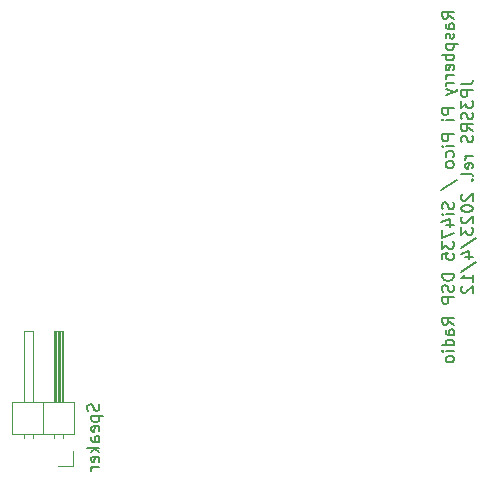
<source format=gbr>
%TF.GenerationSoftware,KiCad,Pcbnew,7.0.1*%
%TF.CreationDate,2023-04-12T14:42:12+09:00*%
%TF.ProjectId,KiCad-Si4735,4b694361-642d-4536-9934-3733352e6b69,rev?*%
%TF.SameCoordinates,PX6bc3e40PY88601c0*%
%TF.FileFunction,Legend,Bot*%
%TF.FilePolarity,Positive*%
%FSLAX46Y46*%
G04 Gerber Fmt 4.6, Leading zero omitted, Abs format (unit mm)*
G04 Created by KiCad (PCBNEW 7.0.1) date 2023-04-12 14:42:12*
%MOMM*%
%LPD*%
G01*
G04 APERTURE LIST*
%ADD10C,0.150000*%
%ADD11C,0.120000*%
G04 APERTURE END LIST*
D10*
X45482619Y39413097D02*
X45006428Y39746430D01*
X45482619Y39984525D02*
X44482619Y39984525D01*
X44482619Y39984525D02*
X44482619Y39603573D01*
X44482619Y39603573D02*
X44530238Y39508335D01*
X44530238Y39508335D02*
X44577857Y39460716D01*
X44577857Y39460716D02*
X44673095Y39413097D01*
X44673095Y39413097D02*
X44815952Y39413097D01*
X44815952Y39413097D02*
X44911190Y39460716D01*
X44911190Y39460716D02*
X44958809Y39508335D01*
X44958809Y39508335D02*
X45006428Y39603573D01*
X45006428Y39603573D02*
X45006428Y39984525D01*
X45482619Y38555954D02*
X44958809Y38555954D01*
X44958809Y38555954D02*
X44863571Y38603573D01*
X44863571Y38603573D02*
X44815952Y38698811D01*
X44815952Y38698811D02*
X44815952Y38889287D01*
X44815952Y38889287D02*
X44863571Y38984525D01*
X45435000Y38555954D02*
X45482619Y38651192D01*
X45482619Y38651192D02*
X45482619Y38889287D01*
X45482619Y38889287D02*
X45435000Y38984525D01*
X45435000Y38984525D02*
X45339761Y39032144D01*
X45339761Y39032144D02*
X45244523Y39032144D01*
X45244523Y39032144D02*
X45149285Y38984525D01*
X45149285Y38984525D02*
X45101666Y38889287D01*
X45101666Y38889287D02*
X45101666Y38651192D01*
X45101666Y38651192D02*
X45054047Y38555954D01*
X45435000Y38127382D02*
X45482619Y38032144D01*
X45482619Y38032144D02*
X45482619Y37841668D01*
X45482619Y37841668D02*
X45435000Y37746430D01*
X45435000Y37746430D02*
X45339761Y37698811D01*
X45339761Y37698811D02*
X45292142Y37698811D01*
X45292142Y37698811D02*
X45196904Y37746430D01*
X45196904Y37746430D02*
X45149285Y37841668D01*
X45149285Y37841668D02*
X45149285Y37984525D01*
X45149285Y37984525D02*
X45101666Y38079763D01*
X45101666Y38079763D02*
X45006428Y38127382D01*
X45006428Y38127382D02*
X44958809Y38127382D01*
X44958809Y38127382D02*
X44863571Y38079763D01*
X44863571Y38079763D02*
X44815952Y37984525D01*
X44815952Y37984525D02*
X44815952Y37841668D01*
X44815952Y37841668D02*
X44863571Y37746430D01*
X44815952Y37270239D02*
X45815952Y37270239D01*
X44863571Y37270239D02*
X44815952Y37175001D01*
X44815952Y37175001D02*
X44815952Y36984525D01*
X44815952Y36984525D02*
X44863571Y36889287D01*
X44863571Y36889287D02*
X44911190Y36841668D01*
X44911190Y36841668D02*
X45006428Y36794049D01*
X45006428Y36794049D02*
X45292142Y36794049D01*
X45292142Y36794049D02*
X45387380Y36841668D01*
X45387380Y36841668D02*
X45435000Y36889287D01*
X45435000Y36889287D02*
X45482619Y36984525D01*
X45482619Y36984525D02*
X45482619Y37175001D01*
X45482619Y37175001D02*
X45435000Y37270239D01*
X45482619Y36365477D02*
X44482619Y36365477D01*
X44863571Y36365477D02*
X44815952Y36270239D01*
X44815952Y36270239D02*
X44815952Y36079763D01*
X44815952Y36079763D02*
X44863571Y35984525D01*
X44863571Y35984525D02*
X44911190Y35936906D01*
X44911190Y35936906D02*
X45006428Y35889287D01*
X45006428Y35889287D02*
X45292142Y35889287D01*
X45292142Y35889287D02*
X45387380Y35936906D01*
X45387380Y35936906D02*
X45435000Y35984525D01*
X45435000Y35984525D02*
X45482619Y36079763D01*
X45482619Y36079763D02*
X45482619Y36270239D01*
X45482619Y36270239D02*
X45435000Y36365477D01*
X45435000Y35079763D02*
X45482619Y35175001D01*
X45482619Y35175001D02*
X45482619Y35365477D01*
X45482619Y35365477D02*
X45435000Y35460715D01*
X45435000Y35460715D02*
X45339761Y35508334D01*
X45339761Y35508334D02*
X44958809Y35508334D01*
X44958809Y35508334D02*
X44863571Y35460715D01*
X44863571Y35460715D02*
X44815952Y35365477D01*
X44815952Y35365477D02*
X44815952Y35175001D01*
X44815952Y35175001D02*
X44863571Y35079763D01*
X44863571Y35079763D02*
X44958809Y35032144D01*
X44958809Y35032144D02*
X45054047Y35032144D01*
X45054047Y35032144D02*
X45149285Y35508334D01*
X45482619Y34603572D02*
X44815952Y34603572D01*
X45006428Y34603572D02*
X44911190Y34555953D01*
X44911190Y34555953D02*
X44863571Y34508334D01*
X44863571Y34508334D02*
X44815952Y34413096D01*
X44815952Y34413096D02*
X44815952Y34317858D01*
X45482619Y33984524D02*
X44815952Y33984524D01*
X45006428Y33984524D02*
X44911190Y33936905D01*
X44911190Y33936905D02*
X44863571Y33889286D01*
X44863571Y33889286D02*
X44815952Y33794048D01*
X44815952Y33794048D02*
X44815952Y33698810D01*
X44815952Y33460714D02*
X45482619Y33222619D01*
X44815952Y32984524D02*
X45482619Y33222619D01*
X45482619Y33222619D02*
X45720714Y33317857D01*
X45720714Y33317857D02*
X45768333Y33365476D01*
X45768333Y33365476D02*
X45815952Y33460714D01*
X45482619Y31841666D02*
X44482619Y31841666D01*
X44482619Y31841666D02*
X44482619Y31460714D01*
X44482619Y31460714D02*
X44530238Y31365476D01*
X44530238Y31365476D02*
X44577857Y31317857D01*
X44577857Y31317857D02*
X44673095Y31270238D01*
X44673095Y31270238D02*
X44815952Y31270238D01*
X44815952Y31270238D02*
X44911190Y31317857D01*
X44911190Y31317857D02*
X44958809Y31365476D01*
X44958809Y31365476D02*
X45006428Y31460714D01*
X45006428Y31460714D02*
X45006428Y31841666D01*
X45482619Y30841666D02*
X44815952Y30841666D01*
X44482619Y30841666D02*
X44530238Y30889285D01*
X44530238Y30889285D02*
X44577857Y30841666D01*
X44577857Y30841666D02*
X44530238Y30794047D01*
X44530238Y30794047D02*
X44482619Y30841666D01*
X44482619Y30841666D02*
X44577857Y30841666D01*
X45482619Y29603571D02*
X44482619Y29603571D01*
X44482619Y29603571D02*
X44482619Y29222619D01*
X44482619Y29222619D02*
X44530238Y29127381D01*
X44530238Y29127381D02*
X44577857Y29079762D01*
X44577857Y29079762D02*
X44673095Y29032143D01*
X44673095Y29032143D02*
X44815952Y29032143D01*
X44815952Y29032143D02*
X44911190Y29079762D01*
X44911190Y29079762D02*
X44958809Y29127381D01*
X44958809Y29127381D02*
X45006428Y29222619D01*
X45006428Y29222619D02*
X45006428Y29603571D01*
X45482619Y28603571D02*
X44815952Y28603571D01*
X44482619Y28603571D02*
X44530238Y28651190D01*
X44530238Y28651190D02*
X44577857Y28603571D01*
X44577857Y28603571D02*
X44530238Y28555952D01*
X44530238Y28555952D02*
X44482619Y28603571D01*
X44482619Y28603571D02*
X44577857Y28603571D01*
X45435000Y27698810D02*
X45482619Y27794048D01*
X45482619Y27794048D02*
X45482619Y27984524D01*
X45482619Y27984524D02*
X45435000Y28079762D01*
X45435000Y28079762D02*
X45387380Y28127381D01*
X45387380Y28127381D02*
X45292142Y28175000D01*
X45292142Y28175000D02*
X45006428Y28175000D01*
X45006428Y28175000D02*
X44911190Y28127381D01*
X44911190Y28127381D02*
X44863571Y28079762D01*
X44863571Y28079762D02*
X44815952Y27984524D01*
X44815952Y27984524D02*
X44815952Y27794048D01*
X44815952Y27794048D02*
X44863571Y27698810D01*
X45482619Y27127381D02*
X45435000Y27222619D01*
X45435000Y27222619D02*
X45387380Y27270238D01*
X45387380Y27270238D02*
X45292142Y27317857D01*
X45292142Y27317857D02*
X45006428Y27317857D01*
X45006428Y27317857D02*
X44911190Y27270238D01*
X44911190Y27270238D02*
X44863571Y27222619D01*
X44863571Y27222619D02*
X44815952Y27127381D01*
X44815952Y27127381D02*
X44815952Y26984524D01*
X44815952Y26984524D02*
X44863571Y26889286D01*
X44863571Y26889286D02*
X44911190Y26841667D01*
X44911190Y26841667D02*
X45006428Y26794048D01*
X45006428Y26794048D02*
X45292142Y26794048D01*
X45292142Y26794048D02*
X45387380Y26841667D01*
X45387380Y26841667D02*
X45435000Y26889286D01*
X45435000Y26889286D02*
X45482619Y26984524D01*
X45482619Y26984524D02*
X45482619Y27127381D01*
X44435000Y24889286D02*
X45720714Y25746428D01*
X45435000Y23841666D02*
X45482619Y23698809D01*
X45482619Y23698809D02*
X45482619Y23460714D01*
X45482619Y23460714D02*
X45435000Y23365476D01*
X45435000Y23365476D02*
X45387380Y23317857D01*
X45387380Y23317857D02*
X45292142Y23270238D01*
X45292142Y23270238D02*
X45196904Y23270238D01*
X45196904Y23270238D02*
X45101666Y23317857D01*
X45101666Y23317857D02*
X45054047Y23365476D01*
X45054047Y23365476D02*
X45006428Y23460714D01*
X45006428Y23460714D02*
X44958809Y23651190D01*
X44958809Y23651190D02*
X44911190Y23746428D01*
X44911190Y23746428D02*
X44863571Y23794047D01*
X44863571Y23794047D02*
X44768333Y23841666D01*
X44768333Y23841666D02*
X44673095Y23841666D01*
X44673095Y23841666D02*
X44577857Y23794047D01*
X44577857Y23794047D02*
X44530238Y23746428D01*
X44530238Y23746428D02*
X44482619Y23651190D01*
X44482619Y23651190D02*
X44482619Y23413095D01*
X44482619Y23413095D02*
X44530238Y23270238D01*
X45482619Y22841666D02*
X44815952Y22841666D01*
X44482619Y22841666D02*
X44530238Y22889285D01*
X44530238Y22889285D02*
X44577857Y22841666D01*
X44577857Y22841666D02*
X44530238Y22794047D01*
X44530238Y22794047D02*
X44482619Y22841666D01*
X44482619Y22841666D02*
X44577857Y22841666D01*
X44815952Y21936905D02*
X45482619Y21936905D01*
X44435000Y22175000D02*
X45149285Y22413095D01*
X45149285Y22413095D02*
X45149285Y21794048D01*
X44482619Y21508333D02*
X44482619Y20841667D01*
X44482619Y20841667D02*
X45482619Y21270238D01*
X44482619Y20555952D02*
X44482619Y19936905D01*
X44482619Y19936905D02*
X44863571Y20270238D01*
X44863571Y20270238D02*
X44863571Y20127381D01*
X44863571Y20127381D02*
X44911190Y20032143D01*
X44911190Y20032143D02*
X44958809Y19984524D01*
X44958809Y19984524D02*
X45054047Y19936905D01*
X45054047Y19936905D02*
X45292142Y19936905D01*
X45292142Y19936905D02*
X45387380Y19984524D01*
X45387380Y19984524D02*
X45435000Y20032143D01*
X45435000Y20032143D02*
X45482619Y20127381D01*
X45482619Y20127381D02*
X45482619Y20413095D01*
X45482619Y20413095D02*
X45435000Y20508333D01*
X45435000Y20508333D02*
X45387380Y20555952D01*
X44482619Y19032143D02*
X44482619Y19508333D01*
X44482619Y19508333D02*
X44958809Y19555952D01*
X44958809Y19555952D02*
X44911190Y19508333D01*
X44911190Y19508333D02*
X44863571Y19413095D01*
X44863571Y19413095D02*
X44863571Y19175000D01*
X44863571Y19175000D02*
X44911190Y19079762D01*
X44911190Y19079762D02*
X44958809Y19032143D01*
X44958809Y19032143D02*
X45054047Y18984524D01*
X45054047Y18984524D02*
X45292142Y18984524D01*
X45292142Y18984524D02*
X45387380Y19032143D01*
X45387380Y19032143D02*
X45435000Y19079762D01*
X45435000Y19079762D02*
X45482619Y19175000D01*
X45482619Y19175000D02*
X45482619Y19413095D01*
X45482619Y19413095D02*
X45435000Y19508333D01*
X45435000Y19508333D02*
X45387380Y19555952D01*
X45482619Y17794047D02*
X44482619Y17794047D01*
X44482619Y17794047D02*
X44482619Y17555952D01*
X44482619Y17555952D02*
X44530238Y17413095D01*
X44530238Y17413095D02*
X44625476Y17317857D01*
X44625476Y17317857D02*
X44720714Y17270238D01*
X44720714Y17270238D02*
X44911190Y17222619D01*
X44911190Y17222619D02*
X45054047Y17222619D01*
X45054047Y17222619D02*
X45244523Y17270238D01*
X45244523Y17270238D02*
X45339761Y17317857D01*
X45339761Y17317857D02*
X45435000Y17413095D01*
X45435000Y17413095D02*
X45482619Y17555952D01*
X45482619Y17555952D02*
X45482619Y17794047D01*
X45435000Y16841666D02*
X45482619Y16698809D01*
X45482619Y16698809D02*
X45482619Y16460714D01*
X45482619Y16460714D02*
X45435000Y16365476D01*
X45435000Y16365476D02*
X45387380Y16317857D01*
X45387380Y16317857D02*
X45292142Y16270238D01*
X45292142Y16270238D02*
X45196904Y16270238D01*
X45196904Y16270238D02*
X45101666Y16317857D01*
X45101666Y16317857D02*
X45054047Y16365476D01*
X45054047Y16365476D02*
X45006428Y16460714D01*
X45006428Y16460714D02*
X44958809Y16651190D01*
X44958809Y16651190D02*
X44911190Y16746428D01*
X44911190Y16746428D02*
X44863571Y16794047D01*
X44863571Y16794047D02*
X44768333Y16841666D01*
X44768333Y16841666D02*
X44673095Y16841666D01*
X44673095Y16841666D02*
X44577857Y16794047D01*
X44577857Y16794047D02*
X44530238Y16746428D01*
X44530238Y16746428D02*
X44482619Y16651190D01*
X44482619Y16651190D02*
X44482619Y16413095D01*
X44482619Y16413095D02*
X44530238Y16270238D01*
X45482619Y15841666D02*
X44482619Y15841666D01*
X44482619Y15841666D02*
X44482619Y15460714D01*
X44482619Y15460714D02*
X44530238Y15365476D01*
X44530238Y15365476D02*
X44577857Y15317857D01*
X44577857Y15317857D02*
X44673095Y15270238D01*
X44673095Y15270238D02*
X44815952Y15270238D01*
X44815952Y15270238D02*
X44911190Y15317857D01*
X44911190Y15317857D02*
X44958809Y15365476D01*
X44958809Y15365476D02*
X45006428Y15460714D01*
X45006428Y15460714D02*
X45006428Y15841666D01*
X45482619Y13508333D02*
X45006428Y13841666D01*
X45482619Y14079761D02*
X44482619Y14079761D01*
X44482619Y14079761D02*
X44482619Y13698809D01*
X44482619Y13698809D02*
X44530238Y13603571D01*
X44530238Y13603571D02*
X44577857Y13555952D01*
X44577857Y13555952D02*
X44673095Y13508333D01*
X44673095Y13508333D02*
X44815952Y13508333D01*
X44815952Y13508333D02*
X44911190Y13555952D01*
X44911190Y13555952D02*
X44958809Y13603571D01*
X44958809Y13603571D02*
X45006428Y13698809D01*
X45006428Y13698809D02*
X45006428Y14079761D01*
X45482619Y12651190D02*
X44958809Y12651190D01*
X44958809Y12651190D02*
X44863571Y12698809D01*
X44863571Y12698809D02*
X44815952Y12794047D01*
X44815952Y12794047D02*
X44815952Y12984523D01*
X44815952Y12984523D02*
X44863571Y13079761D01*
X45435000Y12651190D02*
X45482619Y12746428D01*
X45482619Y12746428D02*
X45482619Y12984523D01*
X45482619Y12984523D02*
X45435000Y13079761D01*
X45435000Y13079761D02*
X45339761Y13127380D01*
X45339761Y13127380D02*
X45244523Y13127380D01*
X45244523Y13127380D02*
X45149285Y13079761D01*
X45149285Y13079761D02*
X45101666Y12984523D01*
X45101666Y12984523D02*
X45101666Y12746428D01*
X45101666Y12746428D02*
X45054047Y12651190D01*
X45482619Y11746428D02*
X44482619Y11746428D01*
X45435000Y11746428D02*
X45482619Y11841666D01*
X45482619Y11841666D02*
X45482619Y12032142D01*
X45482619Y12032142D02*
X45435000Y12127380D01*
X45435000Y12127380D02*
X45387380Y12174999D01*
X45387380Y12174999D02*
X45292142Y12222618D01*
X45292142Y12222618D02*
X45006428Y12222618D01*
X45006428Y12222618D02*
X44911190Y12174999D01*
X44911190Y12174999D02*
X44863571Y12127380D01*
X44863571Y12127380D02*
X44815952Y12032142D01*
X44815952Y12032142D02*
X44815952Y11841666D01*
X44815952Y11841666D02*
X44863571Y11746428D01*
X45482619Y11270237D02*
X44815952Y11270237D01*
X44482619Y11270237D02*
X44530238Y11317856D01*
X44530238Y11317856D02*
X44577857Y11270237D01*
X44577857Y11270237D02*
X44530238Y11222618D01*
X44530238Y11222618D02*
X44482619Y11270237D01*
X44482619Y11270237D02*
X44577857Y11270237D01*
X45482619Y10651190D02*
X45435000Y10746428D01*
X45435000Y10746428D02*
X45387380Y10794047D01*
X45387380Y10794047D02*
X45292142Y10841666D01*
X45292142Y10841666D02*
X45006428Y10841666D01*
X45006428Y10841666D02*
X44911190Y10794047D01*
X44911190Y10794047D02*
X44863571Y10746428D01*
X44863571Y10746428D02*
X44815952Y10651190D01*
X44815952Y10651190D02*
X44815952Y10508333D01*
X44815952Y10508333D02*
X44863571Y10413095D01*
X44863571Y10413095D02*
X44911190Y10365476D01*
X44911190Y10365476D02*
X45006428Y10317857D01*
X45006428Y10317857D02*
X45292142Y10317857D01*
X45292142Y10317857D02*
X45387380Y10365476D01*
X45387380Y10365476D02*
X45435000Y10413095D01*
X45435000Y10413095D02*
X45482619Y10508333D01*
X45482619Y10508333D02*
X45482619Y10651190D01*
X46102619Y33841668D02*
X46816904Y33841668D01*
X46816904Y33841668D02*
X46959761Y33889287D01*
X46959761Y33889287D02*
X47055000Y33984525D01*
X47055000Y33984525D02*
X47102619Y34127382D01*
X47102619Y34127382D02*
X47102619Y34222620D01*
X47102619Y33365477D02*
X46102619Y33365477D01*
X46102619Y33365477D02*
X46102619Y32984525D01*
X46102619Y32984525D02*
X46150238Y32889287D01*
X46150238Y32889287D02*
X46197857Y32841668D01*
X46197857Y32841668D02*
X46293095Y32794049D01*
X46293095Y32794049D02*
X46435952Y32794049D01*
X46435952Y32794049D02*
X46531190Y32841668D01*
X46531190Y32841668D02*
X46578809Y32889287D01*
X46578809Y32889287D02*
X46626428Y32984525D01*
X46626428Y32984525D02*
X46626428Y33365477D01*
X46102619Y32460715D02*
X46102619Y31841668D01*
X46102619Y31841668D02*
X46483571Y32175001D01*
X46483571Y32175001D02*
X46483571Y32032144D01*
X46483571Y32032144D02*
X46531190Y31936906D01*
X46531190Y31936906D02*
X46578809Y31889287D01*
X46578809Y31889287D02*
X46674047Y31841668D01*
X46674047Y31841668D02*
X46912142Y31841668D01*
X46912142Y31841668D02*
X47007380Y31889287D01*
X47007380Y31889287D02*
X47055000Y31936906D01*
X47055000Y31936906D02*
X47102619Y32032144D01*
X47102619Y32032144D02*
X47102619Y32317858D01*
X47102619Y32317858D02*
X47055000Y32413096D01*
X47055000Y32413096D02*
X47007380Y32460715D01*
X47055000Y31460715D02*
X47102619Y31317858D01*
X47102619Y31317858D02*
X47102619Y31079763D01*
X47102619Y31079763D02*
X47055000Y30984525D01*
X47055000Y30984525D02*
X47007380Y30936906D01*
X47007380Y30936906D02*
X46912142Y30889287D01*
X46912142Y30889287D02*
X46816904Y30889287D01*
X46816904Y30889287D02*
X46721666Y30936906D01*
X46721666Y30936906D02*
X46674047Y30984525D01*
X46674047Y30984525D02*
X46626428Y31079763D01*
X46626428Y31079763D02*
X46578809Y31270239D01*
X46578809Y31270239D02*
X46531190Y31365477D01*
X46531190Y31365477D02*
X46483571Y31413096D01*
X46483571Y31413096D02*
X46388333Y31460715D01*
X46388333Y31460715D02*
X46293095Y31460715D01*
X46293095Y31460715D02*
X46197857Y31413096D01*
X46197857Y31413096D02*
X46150238Y31365477D01*
X46150238Y31365477D02*
X46102619Y31270239D01*
X46102619Y31270239D02*
X46102619Y31032144D01*
X46102619Y31032144D02*
X46150238Y30889287D01*
X47102619Y29889287D02*
X46626428Y30222620D01*
X47102619Y30460715D02*
X46102619Y30460715D01*
X46102619Y30460715D02*
X46102619Y30079763D01*
X46102619Y30079763D02*
X46150238Y29984525D01*
X46150238Y29984525D02*
X46197857Y29936906D01*
X46197857Y29936906D02*
X46293095Y29889287D01*
X46293095Y29889287D02*
X46435952Y29889287D01*
X46435952Y29889287D02*
X46531190Y29936906D01*
X46531190Y29936906D02*
X46578809Y29984525D01*
X46578809Y29984525D02*
X46626428Y30079763D01*
X46626428Y30079763D02*
X46626428Y30460715D01*
X47055000Y29508334D02*
X47102619Y29365477D01*
X47102619Y29365477D02*
X47102619Y29127382D01*
X47102619Y29127382D02*
X47055000Y29032144D01*
X47055000Y29032144D02*
X47007380Y28984525D01*
X47007380Y28984525D02*
X46912142Y28936906D01*
X46912142Y28936906D02*
X46816904Y28936906D01*
X46816904Y28936906D02*
X46721666Y28984525D01*
X46721666Y28984525D02*
X46674047Y29032144D01*
X46674047Y29032144D02*
X46626428Y29127382D01*
X46626428Y29127382D02*
X46578809Y29317858D01*
X46578809Y29317858D02*
X46531190Y29413096D01*
X46531190Y29413096D02*
X46483571Y29460715D01*
X46483571Y29460715D02*
X46388333Y29508334D01*
X46388333Y29508334D02*
X46293095Y29508334D01*
X46293095Y29508334D02*
X46197857Y29460715D01*
X46197857Y29460715D02*
X46150238Y29413096D01*
X46150238Y29413096D02*
X46102619Y29317858D01*
X46102619Y29317858D02*
X46102619Y29079763D01*
X46102619Y29079763D02*
X46150238Y28936906D01*
X47102619Y27746429D02*
X46435952Y27746429D01*
X46626428Y27746429D02*
X46531190Y27698810D01*
X46531190Y27698810D02*
X46483571Y27651191D01*
X46483571Y27651191D02*
X46435952Y27555953D01*
X46435952Y27555953D02*
X46435952Y27460715D01*
X47055000Y26746429D02*
X47102619Y26841667D01*
X47102619Y26841667D02*
X47102619Y27032143D01*
X47102619Y27032143D02*
X47055000Y27127381D01*
X47055000Y27127381D02*
X46959761Y27175000D01*
X46959761Y27175000D02*
X46578809Y27175000D01*
X46578809Y27175000D02*
X46483571Y27127381D01*
X46483571Y27127381D02*
X46435952Y27032143D01*
X46435952Y27032143D02*
X46435952Y26841667D01*
X46435952Y26841667D02*
X46483571Y26746429D01*
X46483571Y26746429D02*
X46578809Y26698810D01*
X46578809Y26698810D02*
X46674047Y26698810D01*
X46674047Y26698810D02*
X46769285Y27175000D01*
X47102619Y26127381D02*
X47055000Y26222619D01*
X47055000Y26222619D02*
X46959761Y26270238D01*
X46959761Y26270238D02*
X46102619Y26270238D01*
X47007380Y25746428D02*
X47055000Y25698809D01*
X47055000Y25698809D02*
X47102619Y25746428D01*
X47102619Y25746428D02*
X47055000Y25794047D01*
X47055000Y25794047D02*
X47007380Y25746428D01*
X47007380Y25746428D02*
X47102619Y25746428D01*
X46197857Y24555952D02*
X46150238Y24508333D01*
X46150238Y24508333D02*
X46102619Y24413095D01*
X46102619Y24413095D02*
X46102619Y24175000D01*
X46102619Y24175000D02*
X46150238Y24079762D01*
X46150238Y24079762D02*
X46197857Y24032143D01*
X46197857Y24032143D02*
X46293095Y23984524D01*
X46293095Y23984524D02*
X46388333Y23984524D01*
X46388333Y23984524D02*
X46531190Y24032143D01*
X46531190Y24032143D02*
X47102619Y24603571D01*
X47102619Y24603571D02*
X47102619Y23984524D01*
X46102619Y23365476D02*
X46102619Y23270238D01*
X46102619Y23270238D02*
X46150238Y23175000D01*
X46150238Y23175000D02*
X46197857Y23127381D01*
X46197857Y23127381D02*
X46293095Y23079762D01*
X46293095Y23079762D02*
X46483571Y23032143D01*
X46483571Y23032143D02*
X46721666Y23032143D01*
X46721666Y23032143D02*
X46912142Y23079762D01*
X46912142Y23079762D02*
X47007380Y23127381D01*
X47007380Y23127381D02*
X47055000Y23175000D01*
X47055000Y23175000D02*
X47102619Y23270238D01*
X47102619Y23270238D02*
X47102619Y23365476D01*
X47102619Y23365476D02*
X47055000Y23460714D01*
X47055000Y23460714D02*
X47007380Y23508333D01*
X47007380Y23508333D02*
X46912142Y23555952D01*
X46912142Y23555952D02*
X46721666Y23603571D01*
X46721666Y23603571D02*
X46483571Y23603571D01*
X46483571Y23603571D02*
X46293095Y23555952D01*
X46293095Y23555952D02*
X46197857Y23508333D01*
X46197857Y23508333D02*
X46150238Y23460714D01*
X46150238Y23460714D02*
X46102619Y23365476D01*
X46197857Y22651190D02*
X46150238Y22603571D01*
X46150238Y22603571D02*
X46102619Y22508333D01*
X46102619Y22508333D02*
X46102619Y22270238D01*
X46102619Y22270238D02*
X46150238Y22175000D01*
X46150238Y22175000D02*
X46197857Y22127381D01*
X46197857Y22127381D02*
X46293095Y22079762D01*
X46293095Y22079762D02*
X46388333Y22079762D01*
X46388333Y22079762D02*
X46531190Y22127381D01*
X46531190Y22127381D02*
X47102619Y22698809D01*
X47102619Y22698809D02*
X47102619Y22079762D01*
X46102619Y21746428D02*
X46102619Y21127381D01*
X46102619Y21127381D02*
X46483571Y21460714D01*
X46483571Y21460714D02*
X46483571Y21317857D01*
X46483571Y21317857D02*
X46531190Y21222619D01*
X46531190Y21222619D02*
X46578809Y21175000D01*
X46578809Y21175000D02*
X46674047Y21127381D01*
X46674047Y21127381D02*
X46912142Y21127381D01*
X46912142Y21127381D02*
X47007380Y21175000D01*
X47007380Y21175000D02*
X47055000Y21222619D01*
X47055000Y21222619D02*
X47102619Y21317857D01*
X47102619Y21317857D02*
X47102619Y21603571D01*
X47102619Y21603571D02*
X47055000Y21698809D01*
X47055000Y21698809D02*
X47007380Y21746428D01*
X46055000Y19984524D02*
X47340714Y20841666D01*
X46435952Y19222619D02*
X47102619Y19222619D01*
X46055000Y19460714D02*
X46769285Y19698809D01*
X46769285Y19698809D02*
X46769285Y19079762D01*
X46055000Y17984524D02*
X47340714Y18841666D01*
X47102619Y17127381D02*
X47102619Y17698809D01*
X47102619Y17413095D02*
X46102619Y17413095D01*
X46102619Y17413095D02*
X46245476Y17508333D01*
X46245476Y17508333D02*
X46340714Y17603571D01*
X46340714Y17603571D02*
X46388333Y17698809D01*
X46197857Y16746428D02*
X46150238Y16698809D01*
X46150238Y16698809D02*
X46102619Y16603571D01*
X46102619Y16603571D02*
X46102619Y16365476D01*
X46102619Y16365476D02*
X46150238Y16270238D01*
X46150238Y16270238D02*
X46197857Y16222619D01*
X46197857Y16222619D02*
X46293095Y16175000D01*
X46293095Y16175000D02*
X46388333Y16175000D01*
X46388333Y16175000D02*
X46531190Y16222619D01*
X46531190Y16222619D02*
X47102619Y16794047D01*
X47102619Y16794047D02*
X47102619Y16175000D01*
%TO.C,LS1*%
X15415000Y6761905D02*
X15462619Y6619048D01*
X15462619Y6619048D02*
X15462619Y6380953D01*
X15462619Y6380953D02*
X15415000Y6285715D01*
X15415000Y6285715D02*
X15367380Y6238096D01*
X15367380Y6238096D02*
X15272142Y6190477D01*
X15272142Y6190477D02*
X15176904Y6190477D01*
X15176904Y6190477D02*
X15081666Y6238096D01*
X15081666Y6238096D02*
X15034047Y6285715D01*
X15034047Y6285715D02*
X14986428Y6380953D01*
X14986428Y6380953D02*
X14938809Y6571429D01*
X14938809Y6571429D02*
X14891190Y6666667D01*
X14891190Y6666667D02*
X14843571Y6714286D01*
X14843571Y6714286D02*
X14748333Y6761905D01*
X14748333Y6761905D02*
X14653095Y6761905D01*
X14653095Y6761905D02*
X14557857Y6714286D01*
X14557857Y6714286D02*
X14510238Y6666667D01*
X14510238Y6666667D02*
X14462619Y6571429D01*
X14462619Y6571429D02*
X14462619Y6333334D01*
X14462619Y6333334D02*
X14510238Y6190477D01*
X14795952Y5761905D02*
X15795952Y5761905D01*
X14843571Y5761905D02*
X14795952Y5666667D01*
X14795952Y5666667D02*
X14795952Y5476191D01*
X14795952Y5476191D02*
X14843571Y5380953D01*
X14843571Y5380953D02*
X14891190Y5333334D01*
X14891190Y5333334D02*
X14986428Y5285715D01*
X14986428Y5285715D02*
X15272142Y5285715D01*
X15272142Y5285715D02*
X15367380Y5333334D01*
X15367380Y5333334D02*
X15415000Y5380953D01*
X15415000Y5380953D02*
X15462619Y5476191D01*
X15462619Y5476191D02*
X15462619Y5666667D01*
X15462619Y5666667D02*
X15415000Y5761905D01*
X15415000Y4476191D02*
X15462619Y4571429D01*
X15462619Y4571429D02*
X15462619Y4761905D01*
X15462619Y4761905D02*
X15415000Y4857143D01*
X15415000Y4857143D02*
X15319761Y4904762D01*
X15319761Y4904762D02*
X14938809Y4904762D01*
X14938809Y4904762D02*
X14843571Y4857143D01*
X14843571Y4857143D02*
X14795952Y4761905D01*
X14795952Y4761905D02*
X14795952Y4571429D01*
X14795952Y4571429D02*
X14843571Y4476191D01*
X14843571Y4476191D02*
X14938809Y4428572D01*
X14938809Y4428572D02*
X15034047Y4428572D01*
X15034047Y4428572D02*
X15129285Y4904762D01*
X15462619Y3571429D02*
X14938809Y3571429D01*
X14938809Y3571429D02*
X14843571Y3619048D01*
X14843571Y3619048D02*
X14795952Y3714286D01*
X14795952Y3714286D02*
X14795952Y3904762D01*
X14795952Y3904762D02*
X14843571Y4000000D01*
X15415000Y3571429D02*
X15462619Y3666667D01*
X15462619Y3666667D02*
X15462619Y3904762D01*
X15462619Y3904762D02*
X15415000Y4000000D01*
X15415000Y4000000D02*
X15319761Y4047619D01*
X15319761Y4047619D02*
X15224523Y4047619D01*
X15224523Y4047619D02*
X15129285Y4000000D01*
X15129285Y4000000D02*
X15081666Y3904762D01*
X15081666Y3904762D02*
X15081666Y3666667D01*
X15081666Y3666667D02*
X15034047Y3571429D01*
X15462619Y3095238D02*
X14462619Y3095238D01*
X15081666Y3000000D02*
X15462619Y2714286D01*
X14795952Y2714286D02*
X15176904Y3095238D01*
X15415000Y1904762D02*
X15462619Y2000000D01*
X15462619Y2000000D02*
X15462619Y2190476D01*
X15462619Y2190476D02*
X15415000Y2285714D01*
X15415000Y2285714D02*
X15319761Y2333333D01*
X15319761Y2333333D02*
X14938809Y2333333D01*
X14938809Y2333333D02*
X14843571Y2285714D01*
X14843571Y2285714D02*
X14795952Y2190476D01*
X14795952Y2190476D02*
X14795952Y2000000D01*
X14795952Y2000000D02*
X14843571Y1904762D01*
X14843571Y1904762D02*
X14938809Y1857143D01*
X14938809Y1857143D02*
X15034047Y1857143D01*
X15034047Y1857143D02*
X15129285Y2333333D01*
X15462619Y1428571D02*
X14795952Y1428571D01*
X14986428Y1428571D02*
X14891190Y1380952D01*
X14891190Y1380952D02*
X14843571Y1333333D01*
X14843571Y1333333D02*
X14795952Y1238095D01*
X14795952Y1238095D02*
X14795952Y1142857D01*
D11*
X11975000Y1555000D02*
X13245000Y1555000D01*
X13245000Y1555000D02*
X13245000Y2825000D01*
X9055000Y3867929D02*
X9055000Y4265000D01*
X9815000Y3867929D02*
X9815000Y4265000D01*
X11595000Y3935000D02*
X11595000Y4265000D01*
X12355000Y3935000D02*
X12355000Y4265000D01*
X8105000Y4265000D02*
X8105000Y6925000D01*
X10705000Y4265000D02*
X10705000Y6925000D01*
X13305000Y4265000D02*
X8105000Y4265000D01*
X8105000Y6925000D02*
X13305000Y6925000D01*
X9815000Y6925000D02*
X9815000Y12925000D01*
X11695000Y6925000D02*
X11695000Y12925000D01*
X11815000Y6925000D02*
X11815000Y12925000D01*
X11935000Y6925000D02*
X11935000Y12925000D01*
X12055000Y6925000D02*
X12055000Y12925000D01*
X12175000Y6925000D02*
X12175000Y12925000D01*
X12295000Y6925000D02*
X12295000Y12925000D01*
X12355000Y6925000D02*
X12355000Y12925000D01*
X13305000Y6925000D02*
X13305000Y4265000D01*
X9055000Y12925000D02*
X9055000Y6925000D01*
X9815000Y12925000D02*
X9055000Y12925000D01*
X11595000Y12925000D02*
X11595000Y6925000D01*
X12355000Y12925000D02*
X11595000Y12925000D01*
%TD*%
M02*

</source>
